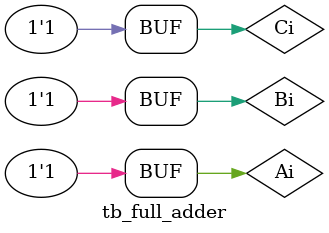
<source format=v>
`timescale 1ps/1ps                 // 1.设置timescale，时间单位可设为1ps，精度1ps
`include "full_adder.v"            //   有时候编译提示需要include头文件
 
module tb_full_adder;              // 2.写出与testbench重名的module
 
    reg Ai, Bi, Ci;                // 3.列出例化所用到的变量
    wire Si, Ciout;
 
    full_adder name(               // 4.例化full_adder.v里的全加器模块
        .Ai(Ai),
        .Bi(Bi),
        .Ci(Ci),
        .Si(Si),
        .Ciout(Ciout));
 
    initial begin                  // 5.下面开始编写测试数据：
 
        $dumpfile("wave.vcd");     //   产生波形文件的命令
        $dumpvars;                 //   使所有变量都参与仿真的命令
 
        Ai=1'b0; Bi=1'b0; Ci=1'b0; // 6.以一个时间单位(#1)，本例中即1ps的间隔输入测试数据
        #1  Ai=1'b0; Bi=1'b0; Ci=1'b1;
        #1  Ai=1'b0; Bi=1'b1; Ci=1'b0;
        #1  Ai=1'b0; Bi=1'b1; Ci=1'b1;
        #1  Ai=1'b1; Bi=1'b0; Ci=1'b0;
        #1  Ai=1'b1; Bi=1'b0; Ci=1'b1;
        #1  Ai=1'b1; Bi=1'b1; Ci=1'b0;
        #1  Ai=1'b1; Bi=1'b1; Ci=1'b1;
        #1;
    end
endmodule
</source>
